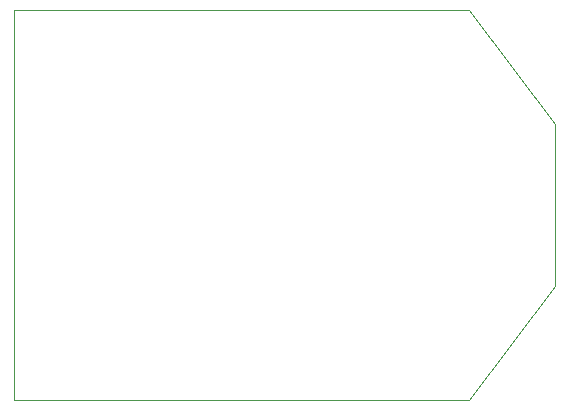
<source format=gbr>
G04 #@! TF.GenerationSoftware,KiCad,Pcbnew,(5.1.4-0-10_14)*
G04 #@! TF.CreationDate,2019-11-29T21:54:42+03:00*
G04 #@! TF.ProjectId,VHClick-rev1,5648436c-6963-46b2-9d72-6576312e6b69,rev?*
G04 #@! TF.SameCoordinates,Original*
G04 #@! TF.FileFunction,Profile,NP*
%FSLAX46Y46*%
G04 Gerber Fmt 4.6, Leading zero omitted, Abs format (unit mm)*
G04 Created by KiCad (PCBNEW (5.1.4-0-10_14)) date 2019-11-29 21:54:42*
%MOMM*%
%LPD*%
G04 APERTURE LIST*
%ADD10C,0.050000*%
G04 APERTURE END LIST*
D10*
X152984200Y-72402700D02*
X145745200Y-62796100D01*
X152984200Y-86131400D02*
X145745200Y-95796100D01*
X107175300Y-95801500D02*
X145745200Y-95796100D01*
X152984200Y-86131400D02*
X152984200Y-72402700D01*
X107175300Y-62801500D02*
X145745200Y-62796100D01*
X107175300Y-95801500D02*
X107175300Y-62801500D01*
M02*

</source>
